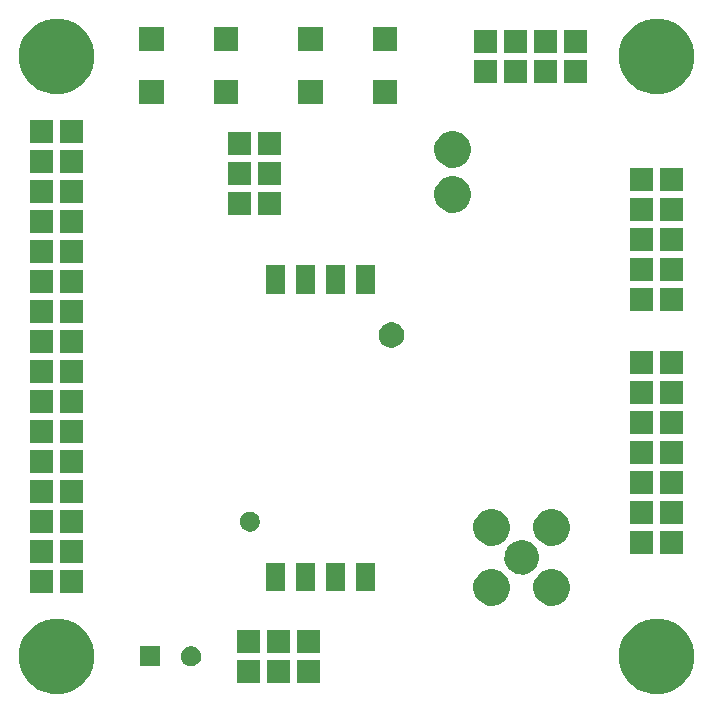
<source format=gbr>
G04 #@! TF.FileFunction,Soldermask,Top*
%FSLAX46Y46*%
G04 Gerber Fmt 4.6, Leading zero omitted, Abs format (unit mm)*
G04 Created by KiCad (PCBNEW (2016-09-17 revision 679eef1)-makepkg) date 01/02/17 11:13:26*
%MOMM*%
%LPD*%
G01*
G04 APERTURE LIST*
%ADD10C,0.300000*%
G04 APERTURE END LIST*
D10*
G36*
X5416110Y8277872D02*
X6030848Y8151685D01*
X6609363Y7908500D01*
X7129631Y7557574D01*
X7571824Y7112283D01*
X7919105Y6589582D01*
X8158249Y6009378D01*
X8280004Y5394466D01*
X8280004Y5394449D01*
X8280137Y5393776D01*
X8270128Y4676993D01*
X8269977Y4676330D01*
X8269977Y4676306D01*
X8131099Y4065032D01*
X7875851Y3491739D01*
X7514107Y2978933D01*
X7059653Y2546162D01*
X6529787Y2209900D01*
X5944712Y1982964D01*
X5326688Y1873989D01*
X4699273Y1887132D01*
X4086359Y2021890D01*
X3511293Y2273129D01*
X2995980Y2631282D01*
X2560044Y3082706D01*
X2220093Y3610208D01*
X1989075Y4193693D01*
X1875790Y4810936D01*
X1884551Y5438424D01*
X2015027Y6052266D01*
X2262248Y6629075D01*
X2616795Y7146877D01*
X3065163Y7585952D01*
X3590276Y7929576D01*
X4172132Y8164661D01*
X4788571Y8282254D01*
X5416110Y8277872D01*
X5416110Y8277872D01*
G37*
G36*
X56216110Y8277872D02*
X56830848Y8151685D01*
X57409363Y7908500D01*
X57929631Y7557574D01*
X58371824Y7112283D01*
X58719105Y6589582D01*
X58958249Y6009378D01*
X59080004Y5394466D01*
X59080004Y5394449D01*
X59080137Y5393776D01*
X59070128Y4676993D01*
X59069977Y4676330D01*
X59069977Y4676306D01*
X58931099Y4065032D01*
X58675851Y3491739D01*
X58314107Y2978933D01*
X57859653Y2546162D01*
X57329787Y2209900D01*
X56744712Y1982964D01*
X56126688Y1873989D01*
X55499273Y1887132D01*
X54886359Y2021890D01*
X54311293Y2273129D01*
X53795980Y2631282D01*
X53360044Y3082706D01*
X53020093Y3610208D01*
X52789075Y4193693D01*
X52675790Y4810936D01*
X52684551Y5438424D01*
X52815027Y6052266D01*
X53062248Y6629075D01*
X53416795Y7146877D01*
X53865163Y7585952D01*
X54390276Y7929576D01*
X54972132Y8164661D01*
X55588571Y8282254D01*
X56216110Y8277872D01*
X56216110Y8277872D01*
G37*
G36*
X27378000Y2848000D02*
X25454000Y2848000D01*
X25454000Y4772000D01*
X27378000Y4772000D01*
X27378000Y2848000D01*
X27378000Y2848000D01*
G37*
G36*
X24838000Y2848000D02*
X22914000Y2848000D01*
X22914000Y4772000D01*
X24838000Y4772000D01*
X24838000Y2848000D01*
X24838000Y2848000D01*
G37*
G36*
X22298000Y2848000D02*
X20374000Y2848000D01*
X20374000Y4772000D01*
X22298000Y4772000D01*
X22298000Y2848000D01*
X22298000Y2848000D01*
G37*
G36*
X16543285Y5929438D02*
X16706568Y5895921D01*
X16860238Y5831324D01*
X16998437Y5738108D01*
X17115894Y5619828D01*
X17208139Y5480986D01*
X17271662Y5326868D01*
X17303904Y5164035D01*
X17303904Y5164020D01*
X17304037Y5163347D01*
X17301378Y4972951D01*
X17301227Y4972288D01*
X17301227Y4972264D01*
X17264451Y4810396D01*
X17196652Y4658119D01*
X17100561Y4521901D01*
X16979847Y4406946D01*
X16839101Y4317626D01*
X16683693Y4257347D01*
X16519526Y4228399D01*
X16352868Y4231891D01*
X16190063Y4267685D01*
X16037311Y4334421D01*
X15900431Y4429556D01*
X15784635Y4549466D01*
X15694332Y4689589D01*
X15632969Y4844572D01*
X15602878Y5008529D01*
X15605205Y5175205D01*
X15639863Y5338258D01*
X15705532Y5491477D01*
X15799709Y5629017D01*
X15918804Y5745644D01*
X16058293Y5836923D01*
X16212845Y5899366D01*
X16376588Y5930602D01*
X16543285Y5929438D01*
X16543285Y5929438D01*
G37*
G36*
X13804000Y4230000D02*
X12104000Y4230000D01*
X12104000Y5930000D01*
X13804000Y5930000D01*
X13804000Y4230000D01*
X13804000Y4230000D01*
G37*
G36*
X22298000Y5388000D02*
X20374000Y5388000D01*
X20374000Y7312000D01*
X22298000Y7312000D01*
X22298000Y5388000D01*
X22298000Y5388000D01*
G37*
G36*
X24838000Y5388000D02*
X22914000Y5388000D01*
X22914000Y7312000D01*
X24838000Y7312000D01*
X24838000Y5388000D01*
X24838000Y5388000D01*
G37*
G36*
X27378000Y5388000D02*
X25454000Y5388000D01*
X25454000Y7312000D01*
X27378000Y7312000D01*
X27378000Y5388000D01*
X27378000Y5388000D01*
G37*
G36*
X42072804Y12470971D02*
X42370569Y12409849D01*
X42650786Y12292057D01*
X42902793Y12122077D01*
X43116980Y11906389D01*
X43285193Y11653206D01*
X43401030Y11372165D01*
X43459934Y11074678D01*
X43459934Y11074658D01*
X43460067Y11073985D01*
X43455219Y10726793D01*
X43455067Y10726125D01*
X43455067Y10726107D01*
X43387878Y10430375D01*
X43264241Y10152680D01*
X43089025Y9904296D01*
X42868897Y9694671D01*
X42612240Y9531792D01*
X42328848Y9421871D01*
X42029489Y9369085D01*
X41725585Y9375452D01*
X41428704Y9440726D01*
X41150159Y9562418D01*
X40900550Y9735902D01*
X40689395Y9954559D01*
X40524731Y10210068D01*
X40412829Y10492697D01*
X40357958Y10791671D01*
X40362202Y11095611D01*
X40425402Y11392946D01*
X40545147Y11672332D01*
X40716884Y11923146D01*
X40934059Y12135820D01*
X41188417Y12302267D01*
X41470249Y12416135D01*
X41768839Y12473094D01*
X42072804Y12470971D01*
X42072804Y12470971D01*
G37*
G36*
X47152804Y12470971D02*
X47450569Y12409849D01*
X47730786Y12292057D01*
X47982793Y12122077D01*
X48196980Y11906389D01*
X48365193Y11653206D01*
X48481030Y11372165D01*
X48539934Y11074678D01*
X48539934Y11074658D01*
X48540067Y11073985D01*
X48535219Y10726793D01*
X48535067Y10726125D01*
X48535067Y10726107D01*
X48467878Y10430375D01*
X48344241Y10152680D01*
X48169025Y9904296D01*
X47948897Y9694671D01*
X47692240Y9531792D01*
X47408848Y9421871D01*
X47109489Y9369085D01*
X46805585Y9375452D01*
X46508704Y9440726D01*
X46230159Y9562418D01*
X45980550Y9735902D01*
X45769395Y9954559D01*
X45604731Y10210068D01*
X45492829Y10492697D01*
X45437958Y10791671D01*
X45442202Y11095611D01*
X45505402Y11392946D01*
X45625147Y11672332D01*
X45796884Y11923146D01*
X46014059Y12135820D01*
X46268417Y12302267D01*
X46550249Y12416135D01*
X46848839Y12473094D01*
X47152804Y12470971D01*
X47152804Y12470971D01*
G37*
G36*
X7312000Y10468000D02*
X5388000Y10468000D01*
X5388000Y12392000D01*
X7312000Y12392000D01*
X7312000Y10468000D01*
X7312000Y10468000D01*
G37*
G36*
X4772000Y10468000D02*
X2848000Y10468000D01*
X2848000Y12392000D01*
X4772000Y12392000D01*
X4772000Y10468000D01*
X4772000Y10468000D01*
G37*
G36*
X26962000Y10584000D02*
X25362000Y10584000D01*
X25362000Y12984000D01*
X26962000Y12984000D01*
X26962000Y10584000D01*
X26962000Y10584000D01*
G37*
G36*
X29502000Y10584000D02*
X27902000Y10584000D01*
X27902000Y12984000D01*
X29502000Y12984000D01*
X29502000Y10584000D01*
X29502000Y10584000D01*
G37*
G36*
X32042000Y10584000D02*
X30442000Y10584000D01*
X30442000Y12984000D01*
X32042000Y12984000D01*
X32042000Y10584000D01*
X32042000Y10584000D01*
G37*
G36*
X24422000Y10584000D02*
X22822000Y10584000D01*
X22822000Y12984000D01*
X24422000Y12984000D01*
X24422000Y10584000D01*
X24422000Y10584000D01*
G37*
G36*
X44602300Y14911038D02*
X44880857Y14853859D01*
X45142992Y14743668D01*
X45378739Y14584654D01*
X45579112Y14382878D01*
X45736471Y14146032D01*
X45844835Y13883122D01*
X45899930Y13604872D01*
X45899930Y13604848D01*
X45900062Y13604180D01*
X45895527Y13279387D01*
X45895376Y13278724D01*
X45895376Y13278700D01*
X45832532Y13002096D01*
X45716870Y12742316D01*
X45552956Y12509951D01*
X45347033Y12313854D01*
X45106936Y12161484D01*
X44841824Y12058653D01*
X44561780Y12009273D01*
X44277482Y12015229D01*
X43999756Y12076290D01*
X43739179Y12190134D01*
X43505677Y12352422D01*
X43308143Y12556974D01*
X43154102Y12796000D01*
X43049422Y13060392D01*
X42998089Y13340081D01*
X43002059Y13624410D01*
X43061182Y13902558D01*
X43173204Y14163927D01*
X43333859Y14398556D01*
X43537026Y14597512D01*
X43774966Y14753216D01*
X44038620Y14859740D01*
X44317946Y14913024D01*
X44602300Y14911038D01*
X44602300Y14911038D01*
G37*
G36*
X7312000Y13008000D02*
X5388000Y13008000D01*
X5388000Y14932000D01*
X7312000Y14932000D01*
X7312000Y13008000D01*
X7312000Y13008000D01*
G37*
G36*
X4772000Y13008000D02*
X2848000Y13008000D01*
X2848000Y14932000D01*
X4772000Y14932000D01*
X4772000Y13008000D01*
X4772000Y13008000D01*
G37*
G36*
X55572000Y13770000D02*
X53648000Y13770000D01*
X53648000Y15694000D01*
X55572000Y15694000D01*
X55572000Y13770000D01*
X55572000Y13770000D01*
G37*
G36*
X58112000Y13770000D02*
X56188000Y13770000D01*
X56188000Y15694000D01*
X58112000Y15694000D01*
X58112000Y13770000D01*
X58112000Y13770000D01*
G37*
G36*
X42072804Y17550971D02*
X42370569Y17489849D01*
X42650786Y17372057D01*
X42902793Y17202077D01*
X43116980Y16986389D01*
X43285193Y16733206D01*
X43401030Y16452165D01*
X43459934Y16154678D01*
X43459934Y16154658D01*
X43460067Y16153985D01*
X43455219Y15806793D01*
X43455067Y15806125D01*
X43455067Y15806107D01*
X43387878Y15510375D01*
X43264241Y15232680D01*
X43089025Y14984296D01*
X42868897Y14774671D01*
X42612240Y14611792D01*
X42328848Y14501871D01*
X42029489Y14449085D01*
X41725585Y14455452D01*
X41428704Y14520726D01*
X41150159Y14642418D01*
X40900550Y14815902D01*
X40689395Y15034559D01*
X40524731Y15290068D01*
X40412829Y15572697D01*
X40357958Y15871671D01*
X40362202Y16175611D01*
X40425402Y16472946D01*
X40545147Y16752332D01*
X40716884Y17003146D01*
X40934059Y17215820D01*
X41188417Y17382267D01*
X41470249Y17496135D01*
X41768839Y17553094D01*
X42072804Y17550971D01*
X42072804Y17550971D01*
G37*
G36*
X47152804Y17550971D02*
X47450569Y17489849D01*
X47730786Y17372057D01*
X47982793Y17202077D01*
X48196980Y16986389D01*
X48365193Y16733206D01*
X48481030Y16452165D01*
X48539934Y16154678D01*
X48539934Y16154658D01*
X48540067Y16153985D01*
X48535219Y15806793D01*
X48535067Y15806125D01*
X48535067Y15806107D01*
X48467878Y15510375D01*
X48344241Y15232680D01*
X48169025Y14984296D01*
X47948897Y14774671D01*
X47692240Y14611792D01*
X47408848Y14501871D01*
X47109489Y14449085D01*
X46805585Y14455452D01*
X46508704Y14520726D01*
X46230159Y14642418D01*
X45980550Y14815902D01*
X45769395Y15034559D01*
X45604731Y15290068D01*
X45492829Y15572697D01*
X45437958Y15871671D01*
X45442202Y16175611D01*
X45505402Y16472946D01*
X45625147Y16752332D01*
X45796884Y17003146D01*
X46014059Y17215820D01*
X46268417Y17382267D01*
X46550249Y17496135D01*
X46848839Y17553094D01*
X47152804Y17550971D01*
X47152804Y17550971D01*
G37*
G36*
X7312000Y15548000D02*
X5388000Y15548000D01*
X5388000Y17472000D01*
X7312000Y17472000D01*
X7312000Y15548000D01*
X7312000Y15548000D01*
G37*
G36*
X4772000Y15548000D02*
X2848000Y15548000D01*
X2848000Y17472000D01*
X4772000Y17472000D01*
X4772000Y15548000D01*
X4772000Y15548000D01*
G37*
G36*
X21521285Y17333438D02*
X21684568Y17299921D01*
X21838238Y17235324D01*
X21976437Y17142108D01*
X22093894Y17023828D01*
X22186139Y16884986D01*
X22249662Y16730868D01*
X22281904Y16568035D01*
X22281904Y16568020D01*
X22282037Y16567347D01*
X22279378Y16376951D01*
X22279227Y16376288D01*
X22279227Y16376264D01*
X22242451Y16214396D01*
X22174652Y16062119D01*
X22078561Y15925901D01*
X21957847Y15810946D01*
X21817101Y15721626D01*
X21661693Y15661347D01*
X21497526Y15632399D01*
X21330868Y15635891D01*
X21168063Y15671685D01*
X21015311Y15738421D01*
X20878431Y15833556D01*
X20762635Y15953466D01*
X20672332Y16093589D01*
X20610969Y16248572D01*
X20580878Y16412529D01*
X20583205Y16579205D01*
X20617863Y16742258D01*
X20683532Y16895477D01*
X20777709Y17033017D01*
X20896804Y17149644D01*
X21036293Y17240923D01*
X21190845Y17303366D01*
X21354588Y17334602D01*
X21521285Y17333438D01*
X21521285Y17333438D01*
G37*
G36*
X58112000Y16310000D02*
X56188000Y16310000D01*
X56188000Y18234000D01*
X58112000Y18234000D01*
X58112000Y16310000D01*
X58112000Y16310000D01*
G37*
G36*
X55572000Y16310000D02*
X53648000Y16310000D01*
X53648000Y18234000D01*
X55572000Y18234000D01*
X55572000Y16310000D01*
X55572000Y16310000D01*
G37*
G36*
X7312000Y18088000D02*
X5388000Y18088000D01*
X5388000Y20012000D01*
X7312000Y20012000D01*
X7312000Y18088000D01*
X7312000Y18088000D01*
G37*
G36*
X4772000Y18088000D02*
X2848000Y18088000D01*
X2848000Y20012000D01*
X4772000Y20012000D01*
X4772000Y18088000D01*
X4772000Y18088000D01*
G37*
G36*
X55572000Y18850000D02*
X53648000Y18850000D01*
X53648000Y20774000D01*
X55572000Y20774000D01*
X55572000Y18850000D01*
X55572000Y18850000D01*
G37*
G36*
X58112000Y18850000D02*
X56188000Y18850000D01*
X56188000Y20774000D01*
X58112000Y20774000D01*
X58112000Y18850000D01*
X58112000Y18850000D01*
G37*
G36*
X7312000Y20628000D02*
X5388000Y20628000D01*
X5388000Y22552000D01*
X7312000Y22552000D01*
X7312000Y20628000D01*
X7312000Y20628000D01*
G37*
G36*
X4772000Y20628000D02*
X2848000Y20628000D01*
X2848000Y22552000D01*
X4772000Y22552000D01*
X4772000Y20628000D01*
X4772000Y20628000D01*
G37*
G36*
X55572000Y21390000D02*
X53648000Y21390000D01*
X53648000Y23314000D01*
X55572000Y23314000D01*
X55572000Y21390000D01*
X55572000Y21390000D01*
G37*
G36*
X58112000Y21390000D02*
X56188000Y21390000D01*
X56188000Y23314000D01*
X58112000Y23314000D01*
X58112000Y21390000D01*
X58112000Y21390000D01*
G37*
G36*
X7312000Y23168000D02*
X5388000Y23168000D01*
X5388000Y25092000D01*
X7312000Y25092000D01*
X7312000Y23168000D01*
X7312000Y23168000D01*
G37*
G36*
X4772000Y23168000D02*
X2848000Y23168000D01*
X2848000Y25092000D01*
X4772000Y25092000D01*
X4772000Y23168000D01*
X4772000Y23168000D01*
G37*
G36*
X58112000Y23930000D02*
X56188000Y23930000D01*
X56188000Y25854000D01*
X58112000Y25854000D01*
X58112000Y23930000D01*
X58112000Y23930000D01*
G37*
G36*
X55572000Y23930000D02*
X53648000Y23930000D01*
X53648000Y25854000D01*
X55572000Y25854000D01*
X55572000Y23930000D01*
X55572000Y23930000D01*
G37*
G36*
X7312000Y25708000D02*
X5388000Y25708000D01*
X5388000Y27632000D01*
X7312000Y27632000D01*
X7312000Y25708000D01*
X7312000Y25708000D01*
G37*
G36*
X4772000Y25708000D02*
X2848000Y25708000D01*
X2848000Y27632000D01*
X4772000Y27632000D01*
X4772000Y25708000D01*
X4772000Y25708000D01*
G37*
G36*
X55572000Y26470000D02*
X53648000Y26470000D01*
X53648000Y28394000D01*
X55572000Y28394000D01*
X55572000Y26470000D01*
X55572000Y26470000D01*
G37*
G36*
X58112000Y26470000D02*
X56188000Y26470000D01*
X56188000Y28394000D01*
X58112000Y28394000D01*
X58112000Y26470000D01*
X58112000Y26470000D01*
G37*
G36*
X7312000Y28248000D02*
X5388000Y28248000D01*
X5388000Y30172000D01*
X7312000Y30172000D01*
X7312000Y28248000D01*
X7312000Y28248000D01*
G37*
G36*
X4772000Y28248000D02*
X2848000Y28248000D01*
X2848000Y30172000D01*
X4772000Y30172000D01*
X4772000Y28248000D01*
X4772000Y28248000D01*
G37*
G36*
X55572000Y29010000D02*
X53648000Y29010000D01*
X53648000Y30934000D01*
X55572000Y30934000D01*
X55572000Y29010000D01*
X55572000Y29010000D01*
G37*
G36*
X58112000Y29010000D02*
X56188000Y29010000D01*
X56188000Y30934000D01*
X58112000Y30934000D01*
X58112000Y29010000D01*
X58112000Y29010000D01*
G37*
G36*
X7312000Y30788000D02*
X5388000Y30788000D01*
X5388000Y32712000D01*
X7312000Y32712000D01*
X7312000Y30788000D01*
X7312000Y30788000D01*
G37*
G36*
X4772000Y30788000D02*
X2848000Y30788000D01*
X2848000Y32712000D01*
X4772000Y32712000D01*
X4772000Y30788000D01*
X4772000Y30788000D01*
G37*
G36*
X33544912Y33358287D02*
X33751428Y33315896D01*
X33945771Y33234202D01*
X34120548Y33116313D01*
X34269101Y32966720D01*
X34385763Y32791128D01*
X34466102Y32596214D01*
X34506913Y32390099D01*
X34506913Y32390082D01*
X34507046Y32389409D01*
X34503683Y32148615D01*
X34503532Y32147952D01*
X34503532Y32147928D01*
X34456982Y31943036D01*
X34371231Y31750436D01*
X34249712Y31578173D01*
X34097042Y31432788D01*
X33919037Y31319822D01*
X33722491Y31243587D01*
X33514871Y31206978D01*
X33304098Y31211394D01*
X33098198Y31256663D01*
X32905011Y31341064D01*
X32731899Y31461381D01*
X32585451Y31613032D01*
X32471247Y31790241D01*
X32393640Y31986256D01*
X32355583Y32193612D01*
X32358526Y32404407D01*
X32402359Y32610626D01*
X32485407Y32804391D01*
X32604516Y32978344D01*
X32755136Y33125843D01*
X32931547Y33241283D01*
X33127011Y33320256D01*
X33334097Y33359760D01*
X33544912Y33358287D01*
X33544912Y33358287D01*
G37*
G36*
X7312000Y33328000D02*
X5388000Y33328000D01*
X5388000Y35252000D01*
X7312000Y35252000D01*
X7312000Y33328000D01*
X7312000Y33328000D01*
G37*
G36*
X4772000Y33328000D02*
X2848000Y33328000D01*
X2848000Y35252000D01*
X4772000Y35252000D01*
X4772000Y33328000D01*
X4772000Y33328000D01*
G37*
G36*
X58112000Y34344000D02*
X56188000Y34344000D01*
X56188000Y36268000D01*
X58112000Y36268000D01*
X58112000Y34344000D01*
X58112000Y34344000D01*
G37*
G36*
X55572000Y34344000D02*
X53648000Y34344000D01*
X53648000Y36268000D01*
X55572000Y36268000D01*
X55572000Y34344000D01*
X55572000Y34344000D01*
G37*
G36*
X32042000Y35784000D02*
X30442000Y35784000D01*
X30442000Y38184000D01*
X32042000Y38184000D01*
X32042000Y35784000D01*
X32042000Y35784000D01*
G37*
G36*
X24422000Y35784000D02*
X22822000Y35784000D01*
X22822000Y38184000D01*
X24422000Y38184000D01*
X24422000Y35784000D01*
X24422000Y35784000D01*
G37*
G36*
X26962000Y35784000D02*
X25362000Y35784000D01*
X25362000Y38184000D01*
X26962000Y38184000D01*
X26962000Y35784000D01*
X26962000Y35784000D01*
G37*
G36*
X29502000Y35784000D02*
X27902000Y35784000D01*
X27902000Y38184000D01*
X29502000Y38184000D01*
X29502000Y35784000D01*
X29502000Y35784000D01*
G37*
G36*
X7312000Y35868000D02*
X5388000Y35868000D01*
X5388000Y37792000D01*
X7312000Y37792000D01*
X7312000Y35868000D01*
X7312000Y35868000D01*
G37*
G36*
X4772000Y35868000D02*
X2848000Y35868000D01*
X2848000Y37792000D01*
X4772000Y37792000D01*
X4772000Y35868000D01*
X4772000Y35868000D01*
G37*
G36*
X58112000Y36884000D02*
X56188000Y36884000D01*
X56188000Y38808000D01*
X58112000Y38808000D01*
X58112000Y36884000D01*
X58112000Y36884000D01*
G37*
G36*
X55572000Y36884000D02*
X53648000Y36884000D01*
X53648000Y38808000D01*
X55572000Y38808000D01*
X55572000Y36884000D01*
X55572000Y36884000D01*
G37*
G36*
X7312000Y38408000D02*
X5388000Y38408000D01*
X5388000Y40332000D01*
X7312000Y40332000D01*
X7312000Y38408000D01*
X7312000Y38408000D01*
G37*
G36*
X4772000Y38408000D02*
X2848000Y38408000D01*
X2848000Y40332000D01*
X4772000Y40332000D01*
X4772000Y38408000D01*
X4772000Y38408000D01*
G37*
G36*
X58112000Y39424000D02*
X56188000Y39424000D01*
X56188000Y41348000D01*
X58112000Y41348000D01*
X58112000Y39424000D01*
X58112000Y39424000D01*
G37*
G36*
X55572000Y39424000D02*
X53648000Y39424000D01*
X53648000Y41348000D01*
X55572000Y41348000D01*
X55572000Y39424000D01*
X55572000Y39424000D01*
G37*
G36*
X7312000Y40948000D02*
X5388000Y40948000D01*
X5388000Y42872000D01*
X7312000Y42872000D01*
X7312000Y40948000D01*
X7312000Y40948000D01*
G37*
G36*
X4772000Y40948000D02*
X2848000Y40948000D01*
X2848000Y42872000D01*
X4772000Y42872000D01*
X4772000Y40948000D01*
X4772000Y40948000D01*
G37*
G36*
X55572000Y41964000D02*
X53648000Y41964000D01*
X53648000Y43888000D01*
X55572000Y43888000D01*
X55572000Y41964000D01*
X55572000Y41964000D01*
G37*
G36*
X58112000Y41964000D02*
X56188000Y41964000D01*
X56188000Y43888000D01*
X58112000Y43888000D01*
X58112000Y41964000D01*
X58112000Y41964000D01*
G37*
G36*
X24076000Y42472000D02*
X22152000Y42472000D01*
X22152000Y44396000D01*
X24076000Y44396000D01*
X24076000Y42472000D01*
X24076000Y42472000D01*
G37*
G36*
X21536000Y42472000D02*
X19612000Y42472000D01*
X19612000Y44396000D01*
X21536000Y44396000D01*
X21536000Y42472000D01*
X21536000Y42472000D01*
G37*
G36*
X38770804Y45744971D02*
X39068569Y45683849D01*
X39348786Y45566057D01*
X39600793Y45396077D01*
X39814980Y45180389D01*
X39983193Y44927206D01*
X40099030Y44646165D01*
X40157934Y44348678D01*
X40157934Y44348658D01*
X40158067Y44347985D01*
X40153219Y44000793D01*
X40153067Y44000125D01*
X40153067Y44000107D01*
X40085878Y43704375D01*
X39962241Y43426680D01*
X39787025Y43178296D01*
X39566897Y42968671D01*
X39310240Y42805792D01*
X39026848Y42695871D01*
X38727489Y42643085D01*
X38423585Y42649452D01*
X38126704Y42714726D01*
X37848159Y42836418D01*
X37598550Y43009902D01*
X37387395Y43228559D01*
X37222731Y43484068D01*
X37110829Y43766697D01*
X37055958Y44065671D01*
X37060202Y44369611D01*
X37123402Y44666946D01*
X37243147Y44946332D01*
X37414884Y45197146D01*
X37632059Y45409820D01*
X37886417Y45576267D01*
X38168249Y45690135D01*
X38466839Y45747094D01*
X38770804Y45744971D01*
X38770804Y45744971D01*
G37*
G36*
X7312000Y43488000D02*
X5388000Y43488000D01*
X5388000Y45412000D01*
X7312000Y45412000D01*
X7312000Y43488000D01*
X7312000Y43488000D01*
G37*
G36*
X4772000Y43488000D02*
X2848000Y43488000D01*
X2848000Y45412000D01*
X4772000Y45412000D01*
X4772000Y43488000D01*
X4772000Y43488000D01*
G37*
G36*
X58112000Y44504000D02*
X56188000Y44504000D01*
X56188000Y46428000D01*
X58112000Y46428000D01*
X58112000Y44504000D01*
X58112000Y44504000D01*
G37*
G36*
X55572000Y44504000D02*
X53648000Y44504000D01*
X53648000Y46428000D01*
X55572000Y46428000D01*
X55572000Y44504000D01*
X55572000Y44504000D01*
G37*
G36*
X24076000Y45012000D02*
X22152000Y45012000D01*
X22152000Y46936000D01*
X24076000Y46936000D01*
X24076000Y45012000D01*
X24076000Y45012000D01*
G37*
G36*
X21536000Y45012000D02*
X19612000Y45012000D01*
X19612000Y46936000D01*
X21536000Y46936000D01*
X21536000Y45012000D01*
X21536000Y45012000D01*
G37*
G36*
X4772000Y46028000D02*
X2848000Y46028000D01*
X2848000Y47952000D01*
X4772000Y47952000D01*
X4772000Y46028000D01*
X4772000Y46028000D01*
G37*
G36*
X7312000Y46028000D02*
X5388000Y46028000D01*
X5388000Y47952000D01*
X7312000Y47952000D01*
X7312000Y46028000D01*
X7312000Y46028000D01*
G37*
G36*
X38770804Y49554971D02*
X39068569Y49493849D01*
X39348786Y49376057D01*
X39600793Y49206077D01*
X39814980Y48990389D01*
X39983193Y48737206D01*
X40099030Y48456165D01*
X40157934Y48158678D01*
X40157934Y48158658D01*
X40158067Y48157985D01*
X40153219Y47810793D01*
X40153067Y47810125D01*
X40153067Y47810107D01*
X40085878Y47514375D01*
X39962241Y47236680D01*
X39787025Y46988296D01*
X39566897Y46778671D01*
X39310240Y46615792D01*
X39026848Y46505871D01*
X38727489Y46453085D01*
X38423585Y46459452D01*
X38126704Y46524726D01*
X37848159Y46646418D01*
X37598550Y46819902D01*
X37387395Y47038559D01*
X37222731Y47294068D01*
X37110829Y47576697D01*
X37055958Y47875671D01*
X37060202Y48179611D01*
X37123402Y48476946D01*
X37243147Y48756332D01*
X37414884Y49007146D01*
X37632059Y49219820D01*
X37886417Y49386267D01*
X38168249Y49500135D01*
X38466839Y49557094D01*
X38770804Y49554971D01*
X38770804Y49554971D01*
G37*
G36*
X21536000Y47552000D02*
X19612000Y47552000D01*
X19612000Y49476000D01*
X21536000Y49476000D01*
X21536000Y47552000D01*
X21536000Y47552000D01*
G37*
G36*
X24076000Y47552000D02*
X22152000Y47552000D01*
X22152000Y49476000D01*
X24076000Y49476000D01*
X24076000Y47552000D01*
X24076000Y47552000D01*
G37*
G36*
X4772000Y48568000D02*
X2848000Y48568000D01*
X2848000Y50492000D01*
X4772000Y50492000D01*
X4772000Y48568000D01*
X4772000Y48568000D01*
G37*
G36*
X7312000Y48568000D02*
X5388000Y48568000D01*
X5388000Y50492000D01*
X7312000Y50492000D01*
X7312000Y48568000D01*
X7312000Y48568000D01*
G37*
G36*
X27606200Y51829800D02*
X25529800Y51829800D01*
X25529800Y53906200D01*
X27606200Y53906200D01*
X27606200Y51829800D01*
X27606200Y51829800D01*
G37*
G36*
X20444200Y51829800D02*
X18367800Y51829800D01*
X18367800Y53906200D01*
X20444200Y53906200D01*
X20444200Y51829800D01*
X20444200Y51829800D01*
G37*
G36*
X14144200Y51829800D02*
X12067800Y51829800D01*
X12067800Y53906200D01*
X14144200Y53906200D01*
X14144200Y51829800D01*
X14144200Y51829800D01*
G37*
G36*
X33906200Y51829800D02*
X31829800Y51829800D01*
X31829800Y53906200D01*
X33906200Y53906200D01*
X33906200Y51829800D01*
X33906200Y51829800D01*
G37*
G36*
X56216110Y59077872D02*
X56830848Y58951685D01*
X57409363Y58708500D01*
X57929631Y58357574D01*
X58371824Y57912283D01*
X58719105Y57389582D01*
X58958249Y56809378D01*
X59080004Y56194466D01*
X59080004Y56194449D01*
X59080137Y56193776D01*
X59070128Y55476993D01*
X59069977Y55476330D01*
X59069977Y55476306D01*
X58931099Y54865032D01*
X58675851Y54291739D01*
X58314107Y53778933D01*
X57859653Y53346162D01*
X57329787Y53009900D01*
X56744712Y52782964D01*
X56126688Y52673989D01*
X55499273Y52687132D01*
X54886359Y52821890D01*
X54311293Y53073129D01*
X53795980Y53431282D01*
X53360044Y53882706D01*
X53020093Y54410208D01*
X52789075Y54993693D01*
X52675790Y55610936D01*
X52684551Y56238424D01*
X52815027Y56852266D01*
X53062248Y57429075D01*
X53416795Y57946877D01*
X53865163Y58385952D01*
X54390276Y58729576D01*
X54972132Y58964661D01*
X55588571Y59082254D01*
X56216110Y59077872D01*
X56216110Y59077872D01*
G37*
G36*
X5416110Y59077872D02*
X6030848Y58951685D01*
X6609363Y58708500D01*
X7129631Y58357574D01*
X7571824Y57912283D01*
X7919105Y57389582D01*
X8158249Y56809378D01*
X8280004Y56194466D01*
X8280004Y56194449D01*
X8280137Y56193776D01*
X8270128Y55476993D01*
X8269977Y55476330D01*
X8269977Y55476306D01*
X8131099Y54865032D01*
X7875851Y54291739D01*
X7514107Y53778933D01*
X7059653Y53346162D01*
X6529787Y53009900D01*
X5944712Y52782964D01*
X5326688Y52673989D01*
X4699273Y52687132D01*
X4086359Y52821890D01*
X3511293Y53073129D01*
X2995980Y53431282D01*
X2560044Y53882706D01*
X2220093Y54410208D01*
X1989075Y54993693D01*
X1875790Y55610936D01*
X1884551Y56238424D01*
X2015027Y56852266D01*
X2262248Y57429075D01*
X2616795Y57946877D01*
X3065163Y58385952D01*
X3590276Y58729576D01*
X4172132Y58964661D01*
X4788571Y59082254D01*
X5416110Y59077872D01*
X5416110Y59077872D01*
G37*
G36*
X47444000Y53648000D02*
X45520000Y53648000D01*
X45520000Y55572000D01*
X47444000Y55572000D01*
X47444000Y53648000D01*
X47444000Y53648000D01*
G37*
G36*
X44904000Y53648000D02*
X42980000Y53648000D01*
X42980000Y55572000D01*
X44904000Y55572000D01*
X44904000Y53648000D01*
X44904000Y53648000D01*
G37*
G36*
X42364000Y53648000D02*
X40440000Y53648000D01*
X40440000Y55572000D01*
X42364000Y55572000D01*
X42364000Y53648000D01*
X42364000Y53648000D01*
G37*
G36*
X49984000Y53648000D02*
X48060000Y53648000D01*
X48060000Y55572000D01*
X49984000Y55572000D01*
X49984000Y53648000D01*
X49984000Y53648000D01*
G37*
G36*
X49984000Y56188000D02*
X48060000Y56188000D01*
X48060000Y58112000D01*
X49984000Y58112000D01*
X49984000Y56188000D01*
X49984000Y56188000D01*
G37*
G36*
X44904000Y56188000D02*
X42980000Y56188000D01*
X42980000Y58112000D01*
X44904000Y58112000D01*
X44904000Y56188000D01*
X44904000Y56188000D01*
G37*
G36*
X42364000Y56188000D02*
X40440000Y56188000D01*
X40440000Y58112000D01*
X42364000Y58112000D01*
X42364000Y56188000D01*
X42364000Y56188000D01*
G37*
G36*
X47444000Y56188000D02*
X45520000Y56188000D01*
X45520000Y58112000D01*
X47444000Y58112000D01*
X47444000Y56188000D01*
X47444000Y56188000D01*
G37*
G36*
X14144200Y56329800D02*
X12067800Y56329800D01*
X12067800Y58406200D01*
X14144200Y58406200D01*
X14144200Y56329800D01*
X14144200Y56329800D01*
G37*
G36*
X20444200Y56329800D02*
X18367800Y56329800D01*
X18367800Y58406200D01*
X20444200Y58406200D01*
X20444200Y56329800D01*
X20444200Y56329800D01*
G37*
G36*
X27606200Y56329800D02*
X25529800Y56329800D01*
X25529800Y58406200D01*
X27606200Y58406200D01*
X27606200Y56329800D01*
X27606200Y56329800D01*
G37*
G36*
X33906200Y56329800D02*
X31829800Y56329800D01*
X31829800Y58406200D01*
X33906200Y58406200D01*
X33906200Y56329800D01*
X33906200Y56329800D01*
G37*
M02*

</source>
